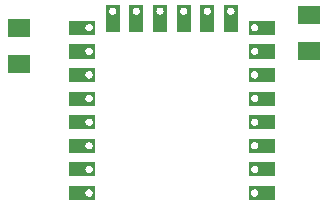
<source format=gbp>
G04 MADE WITH FRITZING*
G04 WWW.FRITZING.ORG*
G04 DOUBLE SIDED*
G04 HOLES PLATED*
G04 CONTOUR ON CENTER OF CONTOUR VECTOR*
%ASAXBY*%
%FSLAX23Y23*%
%MOIN*%
%OFA0B0*%
%SFA1.0B1.0*%
%ADD10R,0.074803X0.062992*%
%ADD11R,0.001000X0.001000*%
%LNPASTEMASK0*%
G90*
G70*
G54D10*
X1110Y928D03*
X1110Y806D03*
X144Y884D03*
X144Y762D03*
G54D11*
X434Y959D02*
X480Y959D01*
X512Y959D02*
X558Y959D01*
X591Y959D02*
X637Y959D01*
X670Y959D02*
X716Y959D01*
X748Y959D02*
X794Y959D01*
X827Y959D02*
X873Y959D01*
X433Y958D02*
X480Y958D01*
X512Y958D02*
X558Y958D01*
X591Y958D02*
X637Y958D01*
X670Y958D02*
X716Y958D01*
X748Y958D02*
X795Y958D01*
X827Y958D02*
X873Y958D01*
X433Y957D02*
X480Y957D01*
X512Y957D02*
X558Y957D01*
X591Y957D02*
X637Y957D01*
X670Y957D02*
X716Y957D01*
X748Y957D02*
X795Y957D01*
X827Y957D02*
X873Y957D01*
X433Y956D02*
X480Y956D01*
X512Y956D02*
X558Y956D01*
X591Y956D02*
X637Y956D01*
X670Y956D02*
X716Y956D01*
X748Y956D02*
X795Y956D01*
X827Y956D02*
X873Y956D01*
X433Y955D02*
X480Y955D01*
X512Y955D02*
X558Y955D01*
X591Y955D02*
X637Y955D01*
X670Y955D02*
X716Y955D01*
X748Y955D02*
X795Y955D01*
X827Y955D02*
X873Y955D01*
X433Y954D02*
X480Y954D01*
X512Y954D02*
X558Y954D01*
X591Y954D02*
X637Y954D01*
X670Y954D02*
X716Y954D01*
X748Y954D02*
X795Y954D01*
X827Y954D02*
X873Y954D01*
X433Y953D02*
X480Y953D01*
X512Y953D02*
X558Y953D01*
X591Y953D02*
X637Y953D01*
X670Y953D02*
X716Y953D01*
X748Y953D02*
X795Y953D01*
X827Y953D02*
X873Y953D01*
X433Y952D02*
X480Y952D01*
X512Y952D02*
X558Y952D01*
X591Y952D02*
X637Y952D01*
X670Y952D02*
X716Y952D01*
X748Y952D02*
X795Y952D01*
X827Y952D02*
X873Y952D01*
X433Y951D02*
X454Y951D01*
X460Y951D02*
X480Y951D01*
X512Y951D02*
X532Y951D01*
X538Y951D02*
X558Y951D01*
X591Y951D02*
X611Y951D01*
X617Y951D02*
X637Y951D01*
X670Y951D02*
X690Y951D01*
X696Y951D02*
X716Y951D01*
X748Y951D02*
X768Y951D01*
X774Y951D02*
X795Y951D01*
X827Y951D02*
X847Y951D01*
X853Y951D02*
X873Y951D01*
X433Y950D02*
X451Y950D01*
X462Y950D02*
X480Y950D01*
X512Y950D02*
X529Y950D01*
X541Y950D02*
X558Y950D01*
X591Y950D02*
X608Y950D01*
X620Y950D02*
X637Y950D01*
X670Y950D02*
X687Y950D01*
X699Y950D02*
X716Y950D01*
X748Y950D02*
X766Y950D01*
X777Y950D02*
X795Y950D01*
X827Y950D02*
X844Y950D01*
X856Y950D02*
X873Y950D01*
X433Y949D02*
X449Y949D01*
X464Y949D02*
X480Y949D01*
X512Y949D02*
X528Y949D01*
X543Y949D02*
X558Y949D01*
X591Y949D02*
X606Y949D01*
X622Y949D02*
X637Y949D01*
X670Y949D02*
X685Y949D01*
X700Y949D02*
X716Y949D01*
X748Y949D02*
X764Y949D01*
X779Y949D02*
X795Y949D01*
X827Y949D02*
X843Y949D01*
X858Y949D02*
X873Y949D01*
X433Y948D02*
X448Y948D01*
X465Y948D02*
X480Y948D01*
X512Y948D02*
X527Y948D01*
X544Y948D02*
X558Y948D01*
X591Y948D02*
X605Y948D01*
X623Y948D02*
X637Y948D01*
X670Y948D02*
X684Y948D01*
X701Y948D02*
X716Y948D01*
X748Y948D02*
X763Y948D01*
X780Y948D02*
X795Y948D01*
X827Y948D02*
X841Y948D01*
X859Y948D02*
X873Y948D01*
X433Y947D02*
X447Y947D01*
X466Y947D02*
X480Y947D01*
X512Y947D02*
X526Y947D01*
X545Y947D02*
X558Y947D01*
X591Y947D02*
X604Y947D01*
X624Y947D02*
X637Y947D01*
X670Y947D02*
X683Y947D01*
X702Y947D02*
X716Y947D01*
X748Y947D02*
X762Y947D01*
X781Y947D02*
X795Y947D01*
X827Y947D02*
X840Y947D01*
X860Y947D02*
X873Y947D01*
X433Y946D02*
X446Y946D01*
X467Y946D02*
X480Y946D01*
X512Y946D02*
X525Y946D01*
X546Y946D02*
X558Y946D01*
X591Y946D02*
X603Y946D01*
X624Y946D02*
X637Y946D01*
X670Y946D02*
X682Y946D01*
X703Y946D02*
X716Y946D01*
X748Y946D02*
X761Y946D01*
X782Y946D02*
X795Y946D01*
X827Y946D02*
X840Y946D01*
X861Y946D02*
X873Y946D01*
X433Y945D02*
X446Y945D01*
X468Y945D02*
X480Y945D01*
X512Y945D02*
X524Y945D01*
X546Y945D02*
X558Y945D01*
X591Y945D02*
X603Y945D01*
X625Y945D02*
X637Y945D01*
X670Y945D02*
X682Y945D01*
X704Y945D02*
X716Y945D01*
X748Y945D02*
X760Y945D01*
X782Y945D02*
X795Y945D01*
X827Y945D02*
X839Y945D01*
X861Y945D02*
X873Y945D01*
X433Y944D02*
X445Y944D01*
X468Y944D02*
X480Y944D01*
X512Y944D02*
X524Y944D01*
X547Y944D02*
X558Y944D01*
X591Y944D02*
X602Y944D01*
X626Y944D02*
X637Y944D01*
X670Y944D02*
X681Y944D01*
X704Y944D02*
X716Y944D01*
X748Y944D02*
X760Y944D01*
X783Y944D02*
X795Y944D01*
X827Y944D02*
X838Y944D01*
X862Y944D02*
X873Y944D01*
X433Y943D02*
X445Y943D01*
X469Y943D02*
X480Y943D01*
X512Y943D02*
X523Y943D01*
X547Y943D02*
X558Y943D01*
X591Y943D02*
X602Y943D01*
X626Y943D02*
X637Y943D01*
X670Y943D02*
X681Y943D01*
X705Y943D02*
X716Y943D01*
X748Y943D02*
X759Y943D01*
X783Y943D02*
X795Y943D01*
X827Y943D02*
X838Y943D01*
X862Y943D02*
X873Y943D01*
X433Y942D02*
X444Y942D01*
X469Y942D02*
X480Y942D01*
X512Y942D02*
X523Y942D01*
X548Y942D02*
X558Y942D01*
X591Y942D02*
X602Y942D01*
X626Y942D02*
X637Y942D01*
X670Y942D02*
X680Y942D01*
X705Y942D02*
X716Y942D01*
X748Y942D02*
X759Y942D01*
X784Y942D02*
X795Y942D01*
X827Y942D02*
X838Y942D01*
X862Y942D02*
X873Y942D01*
X433Y941D02*
X444Y941D01*
X469Y941D02*
X480Y941D01*
X512Y941D02*
X523Y941D01*
X548Y941D02*
X558Y941D01*
X591Y941D02*
X602Y941D01*
X626Y941D02*
X637Y941D01*
X670Y941D02*
X680Y941D01*
X705Y941D02*
X716Y941D01*
X748Y941D02*
X759Y941D01*
X784Y941D02*
X795Y941D01*
X827Y941D02*
X838Y941D01*
X863Y941D02*
X873Y941D01*
X433Y940D02*
X444Y940D01*
X469Y940D02*
X480Y940D01*
X512Y940D02*
X523Y940D01*
X548Y940D02*
X558Y940D01*
X591Y940D02*
X601Y940D01*
X627Y940D02*
X637Y940D01*
X670Y940D02*
X680Y940D01*
X705Y940D02*
X716Y940D01*
X748Y940D02*
X759Y940D01*
X784Y940D02*
X795Y940D01*
X827Y940D02*
X838Y940D01*
X863Y940D02*
X873Y940D01*
X433Y939D02*
X444Y939D01*
X469Y939D02*
X480Y939D01*
X512Y939D02*
X523Y939D01*
X548Y939D02*
X558Y939D01*
X591Y939D02*
X601Y939D01*
X627Y939D02*
X637Y939D01*
X670Y939D02*
X680Y939D01*
X705Y939D02*
X716Y939D01*
X748Y939D02*
X759Y939D01*
X784Y939D02*
X795Y939D01*
X827Y939D02*
X837Y939D01*
X863Y939D02*
X873Y939D01*
X433Y938D02*
X444Y938D01*
X469Y938D02*
X480Y938D01*
X512Y938D02*
X523Y938D01*
X548Y938D02*
X558Y938D01*
X591Y938D02*
X601Y938D01*
X627Y938D02*
X637Y938D01*
X670Y938D02*
X680Y938D01*
X705Y938D02*
X716Y938D01*
X748Y938D02*
X759Y938D01*
X784Y938D02*
X795Y938D01*
X827Y938D02*
X838Y938D01*
X863Y938D02*
X873Y938D01*
X433Y937D02*
X444Y937D01*
X469Y937D02*
X480Y937D01*
X512Y937D02*
X523Y937D01*
X548Y937D02*
X558Y937D01*
X591Y937D02*
X602Y937D01*
X626Y937D02*
X637Y937D01*
X670Y937D02*
X680Y937D01*
X705Y937D02*
X716Y937D01*
X748Y937D02*
X759Y937D01*
X784Y937D02*
X795Y937D01*
X827Y937D02*
X838Y937D01*
X863Y937D02*
X873Y937D01*
X433Y936D02*
X444Y936D01*
X469Y936D02*
X480Y936D01*
X512Y936D02*
X523Y936D01*
X547Y936D02*
X558Y936D01*
X591Y936D02*
X602Y936D01*
X626Y936D02*
X637Y936D01*
X670Y936D02*
X680Y936D01*
X705Y936D02*
X716Y936D01*
X748Y936D02*
X759Y936D01*
X784Y936D02*
X795Y936D01*
X827Y936D02*
X838Y936D01*
X862Y936D02*
X873Y936D01*
X433Y935D02*
X445Y935D01*
X468Y935D02*
X480Y935D01*
X512Y935D02*
X523Y935D01*
X547Y935D02*
X558Y935D01*
X591Y935D02*
X602Y935D01*
X626Y935D02*
X637Y935D01*
X670Y935D02*
X681Y935D01*
X705Y935D02*
X716Y935D01*
X748Y935D02*
X760Y935D01*
X783Y935D02*
X795Y935D01*
X827Y935D02*
X838Y935D01*
X862Y935D02*
X873Y935D01*
X433Y934D02*
X445Y934D01*
X468Y934D02*
X480Y934D01*
X512Y934D02*
X524Y934D01*
X547Y934D02*
X558Y934D01*
X591Y934D02*
X603Y934D01*
X625Y934D02*
X637Y934D01*
X670Y934D02*
X681Y934D01*
X704Y934D02*
X716Y934D01*
X748Y934D02*
X760Y934D01*
X783Y934D02*
X795Y934D01*
X827Y934D02*
X839Y934D01*
X862Y934D02*
X873Y934D01*
X433Y933D02*
X446Y933D01*
X468Y933D02*
X480Y933D01*
X512Y933D02*
X524Y933D01*
X546Y933D02*
X558Y933D01*
X591Y933D02*
X603Y933D01*
X625Y933D02*
X637Y933D01*
X670Y933D02*
X682Y933D01*
X704Y933D02*
X716Y933D01*
X748Y933D02*
X760Y933D01*
X782Y933D02*
X795Y933D01*
X827Y933D02*
X839Y933D01*
X861Y933D02*
X873Y933D01*
X433Y932D02*
X446Y932D01*
X467Y932D02*
X480Y932D01*
X512Y932D02*
X525Y932D01*
X546Y932D02*
X558Y932D01*
X591Y932D02*
X604Y932D01*
X624Y932D02*
X637Y932D01*
X670Y932D02*
X682Y932D01*
X703Y932D02*
X716Y932D01*
X748Y932D02*
X761Y932D01*
X782Y932D02*
X795Y932D01*
X827Y932D02*
X840Y932D01*
X860Y932D02*
X873Y932D01*
X433Y931D02*
X447Y931D01*
X466Y931D02*
X480Y931D01*
X512Y931D02*
X526Y931D01*
X545Y931D02*
X558Y931D01*
X591Y931D02*
X605Y931D01*
X623Y931D02*
X637Y931D01*
X670Y931D02*
X683Y931D01*
X702Y931D02*
X716Y931D01*
X748Y931D02*
X762Y931D01*
X781Y931D02*
X795Y931D01*
X827Y931D02*
X841Y931D01*
X860Y931D02*
X873Y931D01*
X433Y930D02*
X448Y930D01*
X465Y930D02*
X480Y930D01*
X512Y930D02*
X527Y930D01*
X544Y930D02*
X558Y930D01*
X591Y930D02*
X606Y930D01*
X622Y930D02*
X637Y930D01*
X670Y930D02*
X684Y930D01*
X701Y930D02*
X716Y930D01*
X748Y930D02*
X763Y930D01*
X780Y930D02*
X795Y930D01*
X827Y930D02*
X842Y930D01*
X859Y930D02*
X873Y930D01*
X433Y929D02*
X449Y929D01*
X464Y929D02*
X480Y929D01*
X512Y929D02*
X528Y929D01*
X542Y929D02*
X558Y929D01*
X591Y929D02*
X607Y929D01*
X621Y929D02*
X637Y929D01*
X670Y929D02*
X686Y929D01*
X700Y929D02*
X716Y929D01*
X748Y929D02*
X764Y929D01*
X779Y929D02*
X795Y929D01*
X827Y929D02*
X843Y929D01*
X857Y929D02*
X873Y929D01*
X433Y928D02*
X451Y928D01*
X462Y928D02*
X480Y928D01*
X512Y928D02*
X530Y928D01*
X541Y928D02*
X558Y928D01*
X591Y928D02*
X609Y928D01*
X619Y928D02*
X637Y928D01*
X670Y928D02*
X687Y928D01*
X698Y928D02*
X716Y928D01*
X748Y928D02*
X766Y928D01*
X777Y928D02*
X795Y928D01*
X827Y928D02*
X845Y928D01*
X855Y928D02*
X873Y928D01*
X433Y927D02*
X480Y927D01*
X512Y927D02*
X558Y927D01*
X591Y927D02*
X637Y927D01*
X670Y927D02*
X716Y927D01*
X748Y927D02*
X795Y927D01*
X827Y927D02*
X873Y927D01*
X433Y926D02*
X480Y926D01*
X512Y926D02*
X558Y926D01*
X591Y926D02*
X637Y926D01*
X670Y926D02*
X716Y926D01*
X748Y926D02*
X795Y926D01*
X827Y926D02*
X873Y926D01*
X433Y925D02*
X480Y925D01*
X512Y925D02*
X558Y925D01*
X591Y925D02*
X637Y925D01*
X670Y925D02*
X716Y925D01*
X748Y925D02*
X795Y925D01*
X827Y925D02*
X873Y925D01*
X433Y924D02*
X480Y924D01*
X512Y924D02*
X558Y924D01*
X591Y924D02*
X637Y924D01*
X670Y924D02*
X716Y924D01*
X748Y924D02*
X795Y924D01*
X827Y924D02*
X873Y924D01*
X433Y923D02*
X480Y923D01*
X512Y923D02*
X558Y923D01*
X591Y923D02*
X637Y923D01*
X670Y923D02*
X716Y923D01*
X748Y923D02*
X795Y923D01*
X827Y923D02*
X873Y923D01*
X433Y922D02*
X480Y922D01*
X512Y922D02*
X558Y922D01*
X591Y922D02*
X637Y922D01*
X670Y922D02*
X716Y922D01*
X748Y922D02*
X795Y922D01*
X827Y922D02*
X873Y922D01*
X433Y921D02*
X480Y921D01*
X512Y921D02*
X558Y921D01*
X591Y921D02*
X637Y921D01*
X670Y921D02*
X716Y921D01*
X748Y921D02*
X795Y921D01*
X827Y921D02*
X873Y921D01*
X433Y920D02*
X480Y920D01*
X512Y920D02*
X558Y920D01*
X591Y920D02*
X637Y920D01*
X670Y920D02*
X716Y920D01*
X748Y920D02*
X795Y920D01*
X827Y920D02*
X873Y920D01*
X433Y919D02*
X480Y919D01*
X512Y919D02*
X558Y919D01*
X591Y919D02*
X637Y919D01*
X670Y919D02*
X716Y919D01*
X748Y919D02*
X795Y919D01*
X827Y919D02*
X873Y919D01*
X433Y918D02*
X480Y918D01*
X512Y918D02*
X558Y918D01*
X591Y918D02*
X637Y918D01*
X670Y918D02*
X716Y918D01*
X748Y918D02*
X795Y918D01*
X827Y918D02*
X873Y918D01*
X433Y917D02*
X480Y917D01*
X512Y917D02*
X558Y917D01*
X591Y917D02*
X637Y917D01*
X670Y917D02*
X716Y917D01*
X748Y917D02*
X795Y917D01*
X827Y917D02*
X873Y917D01*
X433Y916D02*
X480Y916D01*
X512Y916D02*
X558Y916D01*
X591Y916D02*
X637Y916D01*
X670Y916D02*
X716Y916D01*
X748Y916D02*
X795Y916D01*
X827Y916D02*
X873Y916D01*
X433Y915D02*
X480Y915D01*
X512Y915D02*
X558Y915D01*
X591Y915D02*
X637Y915D01*
X670Y915D02*
X716Y915D01*
X748Y915D02*
X795Y915D01*
X827Y915D02*
X873Y915D01*
X433Y914D02*
X480Y914D01*
X512Y914D02*
X558Y914D01*
X591Y914D02*
X637Y914D01*
X670Y914D02*
X716Y914D01*
X748Y914D02*
X795Y914D01*
X827Y914D02*
X873Y914D01*
X433Y913D02*
X480Y913D01*
X512Y913D02*
X558Y913D01*
X591Y913D02*
X637Y913D01*
X670Y913D02*
X716Y913D01*
X748Y913D02*
X795Y913D01*
X827Y913D02*
X873Y913D01*
X433Y912D02*
X480Y912D01*
X512Y912D02*
X558Y912D01*
X591Y912D02*
X637Y912D01*
X670Y912D02*
X716Y912D01*
X748Y912D02*
X795Y912D01*
X827Y912D02*
X873Y912D01*
X433Y911D02*
X480Y911D01*
X512Y911D02*
X558Y911D01*
X591Y911D02*
X637Y911D01*
X670Y911D02*
X716Y911D01*
X748Y911D02*
X795Y911D01*
X827Y911D02*
X873Y911D01*
X433Y910D02*
X480Y910D01*
X512Y910D02*
X558Y910D01*
X591Y910D02*
X637Y910D01*
X670Y910D02*
X716Y910D01*
X748Y910D02*
X795Y910D01*
X827Y910D02*
X873Y910D01*
X433Y909D02*
X480Y909D01*
X512Y909D02*
X558Y909D01*
X591Y909D02*
X637Y909D01*
X670Y909D02*
X716Y909D01*
X748Y909D02*
X795Y909D01*
X827Y909D02*
X873Y909D01*
X433Y908D02*
X480Y908D01*
X512Y908D02*
X558Y908D01*
X591Y908D02*
X637Y908D01*
X670Y908D02*
X716Y908D01*
X748Y908D02*
X795Y908D01*
X827Y908D02*
X873Y908D01*
X310Y907D02*
X398Y907D01*
X433Y907D02*
X480Y907D01*
X512Y907D02*
X558Y907D01*
X591Y907D02*
X637Y907D01*
X670Y907D02*
X716Y907D01*
X748Y907D02*
X795Y907D01*
X827Y907D02*
X873Y907D01*
X910Y907D02*
X997Y907D01*
X310Y906D02*
X398Y906D01*
X433Y906D02*
X480Y906D01*
X512Y906D02*
X558Y906D01*
X591Y906D02*
X637Y906D01*
X670Y906D02*
X716Y906D01*
X748Y906D02*
X795Y906D01*
X827Y906D02*
X873Y906D01*
X910Y906D02*
X997Y906D01*
X310Y905D02*
X398Y905D01*
X433Y905D02*
X480Y905D01*
X512Y905D02*
X558Y905D01*
X591Y905D02*
X637Y905D01*
X670Y905D02*
X716Y905D01*
X748Y905D02*
X795Y905D01*
X827Y905D02*
X873Y905D01*
X910Y905D02*
X997Y905D01*
X310Y904D02*
X398Y904D01*
X433Y904D02*
X480Y904D01*
X512Y904D02*
X558Y904D01*
X591Y904D02*
X637Y904D01*
X670Y904D02*
X716Y904D01*
X748Y904D02*
X795Y904D01*
X827Y904D02*
X873Y904D01*
X910Y904D02*
X997Y904D01*
X310Y903D02*
X398Y903D01*
X433Y903D02*
X480Y903D01*
X512Y903D02*
X558Y903D01*
X591Y903D02*
X637Y903D01*
X670Y903D02*
X716Y903D01*
X748Y903D02*
X795Y903D01*
X827Y903D02*
X873Y903D01*
X910Y903D02*
X997Y903D01*
X310Y902D02*
X398Y902D01*
X433Y902D02*
X480Y902D01*
X512Y902D02*
X558Y902D01*
X591Y902D02*
X637Y902D01*
X670Y902D02*
X716Y902D01*
X748Y902D02*
X795Y902D01*
X827Y902D02*
X873Y902D01*
X910Y902D02*
X997Y902D01*
X310Y901D02*
X398Y901D01*
X433Y901D02*
X480Y901D01*
X512Y901D02*
X558Y901D01*
X591Y901D02*
X637Y901D01*
X670Y901D02*
X716Y901D01*
X748Y901D02*
X795Y901D01*
X827Y901D02*
X873Y901D01*
X910Y901D02*
X997Y901D01*
X310Y900D02*
X398Y900D01*
X433Y900D02*
X480Y900D01*
X512Y900D02*
X558Y900D01*
X591Y900D02*
X637Y900D01*
X670Y900D02*
X716Y900D01*
X748Y900D02*
X795Y900D01*
X827Y900D02*
X873Y900D01*
X910Y900D02*
X997Y900D01*
X310Y899D02*
X398Y899D01*
X433Y899D02*
X480Y899D01*
X512Y899D02*
X558Y899D01*
X591Y899D02*
X637Y899D01*
X670Y899D02*
X716Y899D01*
X748Y899D02*
X795Y899D01*
X827Y899D02*
X873Y899D01*
X910Y899D02*
X997Y899D01*
X310Y898D02*
X398Y898D01*
X433Y898D02*
X480Y898D01*
X512Y898D02*
X558Y898D01*
X591Y898D02*
X637Y898D01*
X670Y898D02*
X716Y898D01*
X748Y898D02*
X795Y898D01*
X827Y898D02*
X873Y898D01*
X910Y898D02*
X997Y898D01*
X310Y897D02*
X398Y897D01*
X433Y897D02*
X480Y897D01*
X512Y897D02*
X558Y897D01*
X591Y897D02*
X637Y897D01*
X670Y897D02*
X716Y897D01*
X748Y897D02*
X795Y897D01*
X827Y897D02*
X873Y897D01*
X910Y897D02*
X997Y897D01*
X310Y896D02*
X375Y896D01*
X381Y896D02*
X398Y896D01*
X433Y896D02*
X480Y896D01*
X512Y896D02*
X558Y896D01*
X591Y896D02*
X637Y896D01*
X670Y896D02*
X716Y896D01*
X748Y896D02*
X795Y896D01*
X827Y896D02*
X873Y896D01*
X910Y896D02*
X927Y896D01*
X933Y896D02*
X997Y896D01*
X310Y895D02*
X372Y895D01*
X384Y895D02*
X398Y895D01*
X433Y895D02*
X480Y895D01*
X512Y895D02*
X558Y895D01*
X591Y895D02*
X637Y895D01*
X670Y895D02*
X716Y895D01*
X748Y895D02*
X795Y895D01*
X827Y895D02*
X873Y895D01*
X910Y895D02*
X924Y895D01*
X936Y895D02*
X997Y895D01*
X310Y894D02*
X370Y894D01*
X385Y894D02*
X398Y894D01*
X433Y894D02*
X480Y894D01*
X512Y894D02*
X558Y894D01*
X591Y894D02*
X637Y894D01*
X670Y894D02*
X716Y894D01*
X748Y894D02*
X795Y894D01*
X827Y894D02*
X873Y894D01*
X910Y894D02*
X922Y894D01*
X937Y894D02*
X997Y894D01*
X310Y893D02*
X369Y893D01*
X386Y893D02*
X398Y893D01*
X433Y893D02*
X480Y893D01*
X512Y893D02*
X558Y893D01*
X591Y893D02*
X637Y893D01*
X670Y893D02*
X716Y893D01*
X748Y893D02*
X795Y893D01*
X827Y893D02*
X873Y893D01*
X910Y893D02*
X921Y893D01*
X939Y893D02*
X997Y893D01*
X310Y892D02*
X368Y892D01*
X387Y892D02*
X398Y892D01*
X433Y892D02*
X480Y892D01*
X512Y892D02*
X558Y892D01*
X591Y892D02*
X637Y892D01*
X670Y892D02*
X716Y892D01*
X748Y892D02*
X795Y892D01*
X827Y892D02*
X873Y892D01*
X910Y892D02*
X920Y892D01*
X939Y892D02*
X997Y892D01*
X310Y891D02*
X367Y891D01*
X388Y891D02*
X398Y891D01*
X433Y891D02*
X480Y891D01*
X512Y891D02*
X558Y891D01*
X591Y891D02*
X637Y891D01*
X670Y891D02*
X716Y891D01*
X748Y891D02*
X795Y891D01*
X827Y891D02*
X873Y891D01*
X910Y891D02*
X919Y891D01*
X940Y891D02*
X997Y891D01*
X310Y890D02*
X367Y890D01*
X389Y890D02*
X398Y890D01*
X433Y890D02*
X480Y890D01*
X512Y890D02*
X558Y890D01*
X591Y890D02*
X637Y890D01*
X670Y890D02*
X716Y890D01*
X748Y890D02*
X795Y890D01*
X827Y890D02*
X873Y890D01*
X910Y890D02*
X919Y890D01*
X941Y890D02*
X997Y890D01*
X310Y889D02*
X366Y889D01*
X389Y889D02*
X398Y889D01*
X433Y889D02*
X480Y889D01*
X512Y889D02*
X558Y889D01*
X591Y889D02*
X637Y889D01*
X670Y889D02*
X716Y889D01*
X748Y889D02*
X795Y889D01*
X827Y889D02*
X873Y889D01*
X910Y889D02*
X918Y889D01*
X941Y889D02*
X997Y889D01*
X310Y888D02*
X366Y888D01*
X390Y888D02*
X398Y888D01*
X433Y888D02*
X480Y888D01*
X512Y888D02*
X558Y888D01*
X591Y888D02*
X637Y888D01*
X670Y888D02*
X716Y888D01*
X748Y888D02*
X795Y888D01*
X827Y888D02*
X873Y888D01*
X910Y888D02*
X918Y888D01*
X942Y888D02*
X997Y888D01*
X310Y887D02*
X365Y887D01*
X390Y887D02*
X398Y887D01*
X433Y887D02*
X480Y887D01*
X512Y887D02*
X558Y887D01*
X591Y887D02*
X637Y887D01*
X670Y887D02*
X716Y887D01*
X748Y887D02*
X795Y887D01*
X827Y887D02*
X873Y887D01*
X910Y887D02*
X917Y887D01*
X942Y887D02*
X997Y887D01*
X310Y886D02*
X365Y886D01*
X390Y886D02*
X398Y886D01*
X433Y886D02*
X480Y886D01*
X512Y886D02*
X558Y886D01*
X591Y886D02*
X637Y886D01*
X670Y886D02*
X716Y886D01*
X748Y886D02*
X795Y886D01*
X827Y886D02*
X873Y886D01*
X910Y886D02*
X917Y886D01*
X942Y886D02*
X997Y886D01*
X310Y885D02*
X365Y885D01*
X390Y885D02*
X398Y885D01*
X433Y885D02*
X480Y885D01*
X512Y885D02*
X558Y885D01*
X591Y885D02*
X637Y885D01*
X670Y885D02*
X716Y885D01*
X748Y885D02*
X795Y885D01*
X827Y885D02*
X873Y885D01*
X910Y885D02*
X917Y885D01*
X942Y885D02*
X997Y885D01*
X310Y884D02*
X365Y884D01*
X390Y884D02*
X398Y884D01*
X433Y884D02*
X480Y884D01*
X512Y884D02*
X558Y884D01*
X591Y884D02*
X637Y884D01*
X670Y884D02*
X716Y884D01*
X748Y884D02*
X795Y884D01*
X827Y884D02*
X873Y884D01*
X910Y884D02*
X917Y884D01*
X942Y884D02*
X997Y884D01*
X310Y883D02*
X365Y883D01*
X390Y883D02*
X398Y883D01*
X433Y883D02*
X480Y883D01*
X512Y883D02*
X558Y883D01*
X591Y883D02*
X637Y883D01*
X670Y883D02*
X716Y883D01*
X748Y883D02*
X795Y883D01*
X827Y883D02*
X873Y883D01*
X910Y883D02*
X917Y883D01*
X942Y883D02*
X997Y883D01*
X310Y882D02*
X365Y882D01*
X390Y882D02*
X398Y882D01*
X433Y882D02*
X480Y882D01*
X512Y882D02*
X558Y882D01*
X591Y882D02*
X637Y882D01*
X670Y882D02*
X716Y882D01*
X748Y882D02*
X795Y882D01*
X827Y882D02*
X873Y882D01*
X910Y882D02*
X917Y882D01*
X942Y882D02*
X997Y882D01*
X310Y881D02*
X366Y881D01*
X390Y881D02*
X398Y881D01*
X433Y881D02*
X480Y881D01*
X512Y881D02*
X558Y881D01*
X591Y881D02*
X637Y881D01*
X670Y881D02*
X716Y881D01*
X748Y881D02*
X795Y881D01*
X827Y881D02*
X873Y881D01*
X910Y881D02*
X918Y881D01*
X942Y881D02*
X997Y881D01*
X310Y880D02*
X366Y880D01*
X390Y880D02*
X398Y880D01*
X433Y880D02*
X480Y880D01*
X512Y880D02*
X558Y880D01*
X591Y880D02*
X637Y880D01*
X670Y880D02*
X716Y880D01*
X748Y880D02*
X795Y880D01*
X827Y880D02*
X873Y880D01*
X910Y880D02*
X918Y880D01*
X942Y880D02*
X997Y880D01*
X310Y879D02*
X366Y879D01*
X389Y879D02*
X398Y879D01*
X433Y879D02*
X480Y879D01*
X512Y879D02*
X558Y879D01*
X591Y879D02*
X637Y879D01*
X670Y879D02*
X716Y879D01*
X748Y879D02*
X795Y879D01*
X827Y879D02*
X873Y879D01*
X910Y879D02*
X918Y879D01*
X941Y879D02*
X997Y879D01*
X310Y878D02*
X367Y878D01*
X389Y878D02*
X398Y878D01*
X433Y878D02*
X480Y878D01*
X512Y878D02*
X558Y878D01*
X591Y878D02*
X637Y878D01*
X670Y878D02*
X716Y878D01*
X748Y878D02*
X795Y878D01*
X827Y878D02*
X873Y878D01*
X910Y878D02*
X919Y878D01*
X941Y878D02*
X997Y878D01*
X310Y877D02*
X367Y877D01*
X388Y877D02*
X398Y877D01*
X433Y877D02*
X480Y877D01*
X512Y877D02*
X558Y877D01*
X591Y877D02*
X637Y877D01*
X670Y877D02*
X716Y877D01*
X748Y877D02*
X795Y877D01*
X827Y877D02*
X873Y877D01*
X910Y877D02*
X919Y877D01*
X940Y877D02*
X997Y877D01*
X310Y876D02*
X368Y876D01*
X387Y876D02*
X398Y876D01*
X433Y876D02*
X480Y876D01*
X512Y876D02*
X558Y876D01*
X591Y876D02*
X637Y876D01*
X670Y876D02*
X716Y876D01*
X748Y876D02*
X795Y876D01*
X827Y876D02*
X873Y876D01*
X910Y876D02*
X920Y876D01*
X939Y876D02*
X997Y876D01*
X310Y875D02*
X369Y875D01*
X386Y875D02*
X398Y875D01*
X433Y875D02*
X480Y875D01*
X512Y875D02*
X558Y875D01*
X591Y875D02*
X637Y875D01*
X670Y875D02*
X716Y875D01*
X748Y875D02*
X795Y875D01*
X827Y875D02*
X873Y875D01*
X910Y875D02*
X921Y875D01*
X938Y875D02*
X997Y875D01*
X310Y874D02*
X371Y874D01*
X385Y874D02*
X398Y874D01*
X433Y874D02*
X480Y874D01*
X512Y874D02*
X558Y874D01*
X591Y874D02*
X637Y874D01*
X670Y874D02*
X716Y874D01*
X748Y874D02*
X795Y874D01*
X827Y874D02*
X873Y874D01*
X910Y874D02*
X923Y874D01*
X937Y874D02*
X997Y874D01*
X310Y873D02*
X372Y873D01*
X383Y873D02*
X398Y873D01*
X433Y873D02*
X480Y873D01*
X512Y873D02*
X558Y873D01*
X591Y873D02*
X637Y873D01*
X670Y873D02*
X716Y873D01*
X748Y873D02*
X795Y873D01*
X827Y873D02*
X873Y873D01*
X910Y873D02*
X924Y873D01*
X935Y873D02*
X997Y873D01*
X310Y872D02*
X398Y872D01*
X433Y872D02*
X480Y872D01*
X512Y872D02*
X558Y872D01*
X591Y872D02*
X637Y872D01*
X670Y872D02*
X716Y872D01*
X748Y872D02*
X795Y872D01*
X827Y872D02*
X873Y872D01*
X910Y872D02*
X997Y872D01*
X310Y871D02*
X398Y871D01*
X434Y871D02*
X479Y871D01*
X512Y871D02*
X558Y871D01*
X591Y871D02*
X637Y871D01*
X670Y871D02*
X715Y871D01*
X749Y871D02*
X794Y871D01*
X827Y871D02*
X873Y871D01*
X910Y871D02*
X997Y871D01*
X310Y870D02*
X398Y870D01*
X910Y870D02*
X997Y870D01*
X310Y869D02*
X398Y869D01*
X910Y869D02*
X997Y869D01*
X310Y868D02*
X398Y868D01*
X910Y868D02*
X997Y868D01*
X310Y867D02*
X398Y867D01*
X910Y867D02*
X997Y867D01*
X310Y866D02*
X398Y866D01*
X910Y866D02*
X997Y866D01*
X310Y865D02*
X398Y865D01*
X910Y865D02*
X997Y865D01*
X310Y864D02*
X398Y864D01*
X910Y864D02*
X997Y864D01*
X310Y863D02*
X398Y863D01*
X910Y863D02*
X997Y863D01*
X310Y862D02*
X398Y862D01*
X910Y862D02*
X997Y862D01*
X310Y861D02*
X398Y861D01*
X910Y861D02*
X997Y861D01*
X310Y829D02*
X397Y829D01*
X910Y829D02*
X997Y829D01*
X310Y828D02*
X398Y828D01*
X910Y828D02*
X997Y828D01*
X310Y827D02*
X398Y827D01*
X910Y827D02*
X997Y827D01*
X310Y826D02*
X398Y826D01*
X910Y826D02*
X997Y826D01*
X310Y825D02*
X398Y825D01*
X910Y825D02*
X997Y825D01*
X310Y824D02*
X398Y824D01*
X910Y824D02*
X997Y824D01*
X310Y823D02*
X398Y823D01*
X910Y823D02*
X997Y823D01*
X310Y822D02*
X398Y822D01*
X910Y822D02*
X997Y822D01*
X310Y821D02*
X398Y821D01*
X910Y821D02*
X997Y821D01*
X310Y820D02*
X398Y820D01*
X910Y820D02*
X997Y820D01*
X310Y819D02*
X398Y819D01*
X910Y819D02*
X997Y819D01*
X310Y818D02*
X398Y818D01*
X910Y818D02*
X997Y818D01*
X310Y817D02*
X374Y817D01*
X382Y817D02*
X398Y817D01*
X910Y817D02*
X926Y817D01*
X934Y817D02*
X997Y817D01*
X310Y816D02*
X371Y816D01*
X384Y816D02*
X398Y816D01*
X910Y816D02*
X923Y816D01*
X936Y816D02*
X997Y816D01*
X310Y815D02*
X370Y815D01*
X386Y815D02*
X398Y815D01*
X910Y815D02*
X922Y815D01*
X938Y815D02*
X997Y815D01*
X310Y814D02*
X369Y814D01*
X387Y814D02*
X398Y814D01*
X910Y814D02*
X921Y814D01*
X939Y814D02*
X997Y814D01*
X310Y813D02*
X368Y813D01*
X388Y813D02*
X398Y813D01*
X910Y813D02*
X920Y813D01*
X940Y813D02*
X997Y813D01*
X310Y812D02*
X367Y812D01*
X388Y812D02*
X398Y812D01*
X910Y812D02*
X919Y812D01*
X940Y812D02*
X997Y812D01*
X310Y811D02*
X366Y811D01*
X389Y811D02*
X398Y811D01*
X910Y811D02*
X919Y811D01*
X941Y811D02*
X997Y811D01*
X310Y810D02*
X366Y810D01*
X389Y810D02*
X398Y810D01*
X910Y810D02*
X918Y810D01*
X941Y810D02*
X997Y810D01*
X310Y809D02*
X366Y809D01*
X390Y809D02*
X398Y809D01*
X910Y809D02*
X918Y809D01*
X942Y809D02*
X997Y809D01*
X310Y808D02*
X365Y808D01*
X390Y808D02*
X398Y808D01*
X910Y808D02*
X917Y808D01*
X942Y808D02*
X997Y808D01*
X310Y807D02*
X365Y807D01*
X390Y807D02*
X398Y807D01*
X910Y807D02*
X917Y807D01*
X942Y807D02*
X997Y807D01*
X310Y806D02*
X365Y806D01*
X390Y806D02*
X398Y806D01*
X910Y806D02*
X917Y806D01*
X942Y806D02*
X997Y806D01*
X310Y805D02*
X365Y805D01*
X390Y805D02*
X398Y805D01*
X910Y805D02*
X917Y805D01*
X942Y805D02*
X997Y805D01*
X310Y804D02*
X365Y804D01*
X390Y804D02*
X398Y804D01*
X910Y804D02*
X917Y804D01*
X942Y804D02*
X997Y804D01*
X310Y803D02*
X365Y803D01*
X390Y803D02*
X398Y803D01*
X910Y803D02*
X917Y803D01*
X942Y803D02*
X997Y803D01*
X310Y802D02*
X366Y802D01*
X390Y802D02*
X398Y802D01*
X910Y802D02*
X918Y802D01*
X942Y802D02*
X997Y802D01*
X310Y801D02*
X366Y801D01*
X390Y801D02*
X398Y801D01*
X910Y801D02*
X918Y801D01*
X942Y801D02*
X997Y801D01*
X310Y800D02*
X366Y800D01*
X389Y800D02*
X398Y800D01*
X910Y800D02*
X918Y800D01*
X941Y800D02*
X997Y800D01*
X310Y799D02*
X367Y799D01*
X388Y799D02*
X398Y799D01*
X910Y799D02*
X919Y799D01*
X941Y799D02*
X997Y799D01*
X310Y798D02*
X368Y798D01*
X388Y798D02*
X398Y798D01*
X910Y798D02*
X920Y798D01*
X940Y798D02*
X997Y798D01*
X310Y797D02*
X369Y797D01*
X387Y797D02*
X398Y797D01*
X910Y797D02*
X921Y797D01*
X939Y797D02*
X997Y797D01*
X310Y796D02*
X370Y796D01*
X386Y796D02*
X398Y796D01*
X910Y796D02*
X922Y796D01*
X938Y796D02*
X997Y796D01*
X310Y795D02*
X371Y795D01*
X384Y795D02*
X398Y795D01*
X910Y795D02*
X923Y795D01*
X936Y795D02*
X997Y795D01*
X310Y794D02*
X373Y794D01*
X382Y794D02*
X398Y794D01*
X910Y794D02*
X925Y794D01*
X934Y794D02*
X997Y794D01*
X310Y793D02*
X398Y793D01*
X910Y793D02*
X997Y793D01*
X310Y792D02*
X398Y792D01*
X910Y792D02*
X997Y792D01*
X310Y791D02*
X398Y791D01*
X910Y791D02*
X997Y791D01*
X310Y790D02*
X398Y790D01*
X910Y790D02*
X997Y790D01*
X310Y789D02*
X398Y789D01*
X910Y789D02*
X997Y789D01*
X310Y788D02*
X398Y788D01*
X910Y788D02*
X997Y788D01*
X310Y787D02*
X398Y787D01*
X910Y787D02*
X997Y787D01*
X310Y786D02*
X398Y786D01*
X910Y786D02*
X997Y786D01*
X310Y785D02*
X398Y785D01*
X910Y785D02*
X997Y785D01*
X310Y784D02*
X398Y784D01*
X910Y784D02*
X997Y784D01*
X310Y783D02*
X398Y783D01*
X910Y783D02*
X997Y783D01*
X310Y782D02*
X397Y782D01*
X910Y782D02*
X997Y782D01*
X310Y750D02*
X397Y750D01*
X910Y750D02*
X997Y750D01*
X310Y749D02*
X398Y749D01*
X910Y749D02*
X997Y749D01*
X310Y748D02*
X398Y748D01*
X910Y748D02*
X997Y748D01*
X310Y747D02*
X398Y747D01*
X910Y747D02*
X997Y747D01*
X310Y746D02*
X398Y746D01*
X910Y746D02*
X997Y746D01*
X310Y745D02*
X398Y745D01*
X910Y745D02*
X997Y745D01*
X310Y744D02*
X398Y744D01*
X910Y744D02*
X997Y744D01*
X310Y743D02*
X398Y743D01*
X910Y743D02*
X997Y743D01*
X310Y742D02*
X398Y742D01*
X910Y742D02*
X997Y742D01*
X310Y741D02*
X398Y741D01*
X910Y741D02*
X997Y741D01*
X310Y740D02*
X398Y740D01*
X910Y740D02*
X997Y740D01*
X310Y739D02*
X398Y739D01*
X910Y739D02*
X997Y739D01*
X310Y738D02*
X373Y738D01*
X383Y738D02*
X398Y738D01*
X910Y738D02*
X925Y738D01*
X935Y738D02*
X997Y738D01*
X310Y737D02*
X371Y737D01*
X385Y737D02*
X398Y737D01*
X910Y737D02*
X923Y737D01*
X937Y737D02*
X997Y737D01*
X310Y736D02*
X369Y736D01*
X386Y736D02*
X398Y736D01*
X910Y736D02*
X921Y736D01*
X938Y736D02*
X997Y736D01*
X310Y735D02*
X368Y735D01*
X387Y735D02*
X398Y735D01*
X910Y735D02*
X920Y735D01*
X939Y735D02*
X997Y735D01*
X310Y734D02*
X368Y734D01*
X388Y734D02*
X398Y734D01*
X910Y734D02*
X920Y734D01*
X940Y734D02*
X997Y734D01*
X310Y733D02*
X367Y733D01*
X389Y733D02*
X398Y733D01*
X910Y733D02*
X919Y733D01*
X941Y733D02*
X997Y733D01*
X310Y732D02*
X366Y732D01*
X389Y732D02*
X398Y732D01*
X910Y732D02*
X918Y732D01*
X941Y732D02*
X997Y732D01*
X310Y731D02*
X366Y731D01*
X390Y731D02*
X398Y731D01*
X910Y731D02*
X918Y731D01*
X942Y731D02*
X997Y731D01*
X310Y730D02*
X366Y730D01*
X390Y730D02*
X398Y730D01*
X910Y730D02*
X918Y730D01*
X942Y730D02*
X997Y730D01*
X310Y729D02*
X365Y729D01*
X390Y729D02*
X398Y729D01*
X910Y729D02*
X917Y729D01*
X942Y729D02*
X997Y729D01*
X310Y728D02*
X365Y728D01*
X390Y728D02*
X398Y728D01*
X910Y728D02*
X917Y728D01*
X942Y728D02*
X997Y728D01*
X310Y727D02*
X365Y727D01*
X390Y727D02*
X398Y727D01*
X910Y727D02*
X917Y727D01*
X942Y727D02*
X997Y727D01*
X310Y726D02*
X365Y726D01*
X390Y726D02*
X398Y726D01*
X910Y726D02*
X917Y726D01*
X942Y726D02*
X997Y726D01*
X310Y725D02*
X365Y725D01*
X390Y725D02*
X398Y725D01*
X910Y725D02*
X917Y725D01*
X942Y725D02*
X997Y725D01*
X310Y724D02*
X365Y724D01*
X390Y724D02*
X398Y724D01*
X910Y724D02*
X917Y724D01*
X942Y724D02*
X997Y724D01*
X310Y723D02*
X366Y723D01*
X390Y723D02*
X398Y723D01*
X910Y723D02*
X918Y723D01*
X942Y723D02*
X997Y723D01*
X310Y722D02*
X366Y722D01*
X389Y722D02*
X398Y722D01*
X910Y722D02*
X918Y722D01*
X941Y722D02*
X997Y722D01*
X310Y721D02*
X367Y721D01*
X389Y721D02*
X398Y721D01*
X910Y721D02*
X919Y721D01*
X941Y721D02*
X997Y721D01*
X310Y720D02*
X367Y720D01*
X388Y720D02*
X398Y720D01*
X910Y720D02*
X919Y720D01*
X940Y720D02*
X997Y720D01*
X310Y719D02*
X368Y719D01*
X388Y719D02*
X398Y719D01*
X910Y719D02*
X920Y719D01*
X940Y719D02*
X997Y719D01*
X310Y718D02*
X369Y718D01*
X387Y718D02*
X398Y718D01*
X910Y718D02*
X921Y718D01*
X939Y718D02*
X997Y718D01*
X310Y717D02*
X370Y717D01*
X385Y717D02*
X398Y717D01*
X910Y717D02*
X922Y717D01*
X937Y717D02*
X997Y717D01*
X310Y716D02*
X372Y716D01*
X384Y716D02*
X398Y716D01*
X910Y716D02*
X924Y716D01*
X936Y716D02*
X997Y716D01*
X310Y715D02*
X374Y715D01*
X381Y715D02*
X398Y715D01*
X910Y715D02*
X926Y715D01*
X933Y715D02*
X997Y715D01*
X310Y714D02*
X398Y714D01*
X910Y714D02*
X997Y714D01*
X310Y713D02*
X398Y713D01*
X910Y713D02*
X997Y713D01*
X310Y712D02*
X398Y712D01*
X910Y712D02*
X997Y712D01*
X310Y711D02*
X398Y711D01*
X910Y711D02*
X997Y711D01*
X310Y710D02*
X398Y710D01*
X910Y710D02*
X997Y710D01*
X310Y709D02*
X398Y709D01*
X910Y709D02*
X997Y709D01*
X310Y708D02*
X398Y708D01*
X910Y708D02*
X997Y708D01*
X310Y707D02*
X398Y707D01*
X910Y707D02*
X997Y707D01*
X310Y706D02*
X398Y706D01*
X910Y706D02*
X997Y706D01*
X310Y705D02*
X398Y705D01*
X910Y705D02*
X997Y705D01*
X310Y704D02*
X398Y704D01*
X910Y704D02*
X997Y704D01*
X310Y671D02*
X398Y671D01*
X910Y671D02*
X997Y671D01*
X310Y670D02*
X398Y670D01*
X910Y670D02*
X997Y670D01*
X310Y669D02*
X398Y669D01*
X910Y669D02*
X997Y669D01*
X310Y668D02*
X398Y668D01*
X910Y668D02*
X997Y668D01*
X310Y667D02*
X398Y667D01*
X910Y667D02*
X997Y667D01*
X310Y666D02*
X398Y666D01*
X910Y666D02*
X997Y666D01*
X310Y665D02*
X398Y665D01*
X910Y665D02*
X997Y665D01*
X310Y664D02*
X398Y664D01*
X910Y664D02*
X997Y664D01*
X310Y663D02*
X398Y663D01*
X910Y663D02*
X997Y663D01*
X310Y662D02*
X398Y662D01*
X910Y662D02*
X997Y662D01*
X310Y661D02*
X398Y661D01*
X910Y661D02*
X997Y661D01*
X310Y660D02*
X376Y660D01*
X380Y660D02*
X398Y660D01*
X910Y660D02*
X928Y660D01*
X932Y660D02*
X997Y660D01*
X310Y659D02*
X372Y659D01*
X383Y659D02*
X398Y659D01*
X910Y659D02*
X924Y659D01*
X935Y659D02*
X997Y659D01*
X310Y658D02*
X370Y658D01*
X385Y658D02*
X398Y658D01*
X910Y658D02*
X922Y658D01*
X937Y658D02*
X997Y658D01*
X310Y657D02*
X369Y657D01*
X386Y657D02*
X398Y657D01*
X910Y657D02*
X921Y657D01*
X938Y657D02*
X997Y657D01*
X310Y656D02*
X368Y656D01*
X387Y656D02*
X398Y656D01*
X910Y656D02*
X920Y656D01*
X939Y656D02*
X997Y656D01*
X310Y655D02*
X367Y655D01*
X388Y655D02*
X398Y655D01*
X910Y655D02*
X919Y655D01*
X940Y655D02*
X997Y655D01*
X310Y654D02*
X367Y654D01*
X389Y654D02*
X398Y654D01*
X910Y654D02*
X919Y654D01*
X941Y654D02*
X997Y654D01*
X310Y653D02*
X366Y653D01*
X389Y653D02*
X398Y653D01*
X910Y653D02*
X918Y653D01*
X941Y653D02*
X997Y653D01*
X310Y652D02*
X366Y652D01*
X390Y652D02*
X398Y652D01*
X910Y652D02*
X918Y652D01*
X942Y652D02*
X997Y652D01*
X310Y651D02*
X366Y651D01*
X390Y651D02*
X398Y651D01*
X910Y651D02*
X918Y651D01*
X942Y651D02*
X997Y651D01*
X310Y650D02*
X365Y650D01*
X390Y650D02*
X398Y650D01*
X910Y650D02*
X917Y650D01*
X942Y650D02*
X997Y650D01*
X310Y649D02*
X365Y649D01*
X390Y649D02*
X398Y649D01*
X910Y649D02*
X917Y649D01*
X942Y649D02*
X997Y649D01*
X310Y648D02*
X365Y648D01*
X390Y648D02*
X398Y648D01*
X910Y648D02*
X917Y648D01*
X942Y648D02*
X997Y648D01*
X310Y647D02*
X365Y647D01*
X390Y647D02*
X398Y647D01*
X910Y647D02*
X917Y647D01*
X942Y647D02*
X997Y647D01*
X310Y646D02*
X365Y646D01*
X390Y646D02*
X398Y646D01*
X910Y646D02*
X917Y646D01*
X942Y646D02*
X997Y646D01*
X310Y645D02*
X365Y645D01*
X390Y645D02*
X398Y645D01*
X910Y645D02*
X918Y645D01*
X942Y645D02*
X997Y645D01*
X310Y644D02*
X366Y644D01*
X390Y644D02*
X398Y644D01*
X910Y644D02*
X918Y644D01*
X942Y644D02*
X997Y644D01*
X310Y643D02*
X366Y643D01*
X389Y643D02*
X398Y643D01*
X910Y643D02*
X918Y643D01*
X941Y643D02*
X997Y643D01*
X310Y642D02*
X367Y642D01*
X389Y642D02*
X398Y642D01*
X910Y642D02*
X919Y642D01*
X941Y642D02*
X997Y642D01*
X310Y641D02*
X367Y641D01*
X388Y641D02*
X398Y641D01*
X910Y641D02*
X919Y641D01*
X940Y641D02*
X997Y641D01*
X310Y640D02*
X368Y640D01*
X387Y640D02*
X398Y640D01*
X910Y640D02*
X920Y640D01*
X939Y640D02*
X997Y640D01*
X310Y639D02*
X369Y639D01*
X386Y639D02*
X398Y639D01*
X910Y639D02*
X921Y639D01*
X938Y639D02*
X997Y639D01*
X310Y638D02*
X370Y638D01*
X385Y638D02*
X398Y638D01*
X910Y638D02*
X922Y638D01*
X937Y638D02*
X997Y638D01*
X310Y637D02*
X372Y637D01*
X383Y637D02*
X398Y637D01*
X910Y637D02*
X924Y637D01*
X935Y637D02*
X997Y637D01*
X310Y636D02*
X376Y636D01*
X380Y636D02*
X398Y636D01*
X910Y636D02*
X928Y636D01*
X932Y636D02*
X997Y636D01*
X310Y635D02*
X398Y635D01*
X910Y635D02*
X997Y635D01*
X310Y634D02*
X398Y634D01*
X910Y634D02*
X997Y634D01*
X310Y633D02*
X398Y633D01*
X910Y633D02*
X997Y633D01*
X310Y632D02*
X398Y632D01*
X910Y632D02*
X997Y632D01*
X310Y631D02*
X398Y631D01*
X910Y631D02*
X997Y631D01*
X310Y630D02*
X398Y630D01*
X910Y630D02*
X997Y630D01*
X310Y629D02*
X398Y629D01*
X910Y629D02*
X997Y629D01*
X310Y628D02*
X398Y628D01*
X910Y628D02*
X997Y628D01*
X310Y627D02*
X398Y627D01*
X910Y627D02*
X997Y627D01*
X310Y626D02*
X398Y626D01*
X910Y626D02*
X997Y626D01*
X310Y625D02*
X398Y625D01*
X910Y625D02*
X997Y625D01*
X310Y592D02*
X398Y592D01*
X910Y592D02*
X997Y592D01*
X310Y591D02*
X398Y591D01*
X910Y591D02*
X997Y591D01*
X310Y590D02*
X398Y590D01*
X910Y590D02*
X997Y590D01*
X310Y589D02*
X398Y589D01*
X910Y589D02*
X997Y589D01*
X310Y588D02*
X398Y588D01*
X910Y588D02*
X997Y588D01*
X310Y587D02*
X398Y587D01*
X910Y587D02*
X997Y587D01*
X310Y586D02*
X398Y586D01*
X910Y586D02*
X997Y586D01*
X310Y585D02*
X398Y585D01*
X910Y585D02*
X997Y585D01*
X310Y584D02*
X398Y584D01*
X910Y584D02*
X997Y584D01*
X310Y583D02*
X398Y583D01*
X910Y583D02*
X997Y583D01*
X310Y582D02*
X398Y582D01*
X910Y582D02*
X997Y582D01*
X310Y581D02*
X374Y581D01*
X381Y581D02*
X398Y581D01*
X910Y581D02*
X926Y581D01*
X933Y581D02*
X997Y581D01*
X310Y580D02*
X372Y580D01*
X384Y580D02*
X398Y580D01*
X910Y580D02*
X924Y580D01*
X936Y580D02*
X997Y580D01*
X310Y579D02*
X370Y579D01*
X385Y579D02*
X398Y579D01*
X910Y579D02*
X922Y579D01*
X937Y579D02*
X997Y579D01*
X310Y578D02*
X369Y578D01*
X387Y578D02*
X398Y578D01*
X910Y578D02*
X921Y578D01*
X939Y578D02*
X997Y578D01*
X310Y577D02*
X368Y577D01*
X388Y577D02*
X398Y577D01*
X910Y577D02*
X920Y577D01*
X940Y577D02*
X997Y577D01*
X310Y576D02*
X367Y576D01*
X388Y576D02*
X398Y576D01*
X910Y576D02*
X919Y576D01*
X940Y576D02*
X997Y576D01*
X310Y575D02*
X367Y575D01*
X389Y575D02*
X398Y575D01*
X910Y575D02*
X919Y575D01*
X941Y575D02*
X997Y575D01*
X310Y574D02*
X366Y574D01*
X389Y574D02*
X398Y574D01*
X910Y574D02*
X918Y574D01*
X941Y574D02*
X997Y574D01*
X310Y573D02*
X366Y573D01*
X390Y573D02*
X398Y573D01*
X910Y573D02*
X918Y573D01*
X942Y573D02*
X997Y573D01*
X310Y572D02*
X365Y572D01*
X390Y572D02*
X398Y572D01*
X910Y572D02*
X917Y572D01*
X942Y572D02*
X997Y572D01*
X310Y571D02*
X365Y571D01*
X390Y571D02*
X398Y571D01*
X910Y571D02*
X917Y571D01*
X942Y571D02*
X997Y571D01*
X310Y570D02*
X365Y570D01*
X390Y570D02*
X398Y570D01*
X910Y570D02*
X917Y570D01*
X942Y570D02*
X997Y570D01*
X310Y569D02*
X365Y569D01*
X390Y569D02*
X398Y569D01*
X910Y569D02*
X917Y569D01*
X942Y569D02*
X997Y569D01*
X310Y568D02*
X365Y568D01*
X390Y568D02*
X398Y568D01*
X910Y568D02*
X917Y568D01*
X942Y568D02*
X997Y568D01*
X310Y567D02*
X365Y567D01*
X390Y567D02*
X398Y567D01*
X910Y567D02*
X917Y567D01*
X942Y567D02*
X997Y567D01*
X310Y566D02*
X366Y566D01*
X390Y566D02*
X398Y566D01*
X910Y566D02*
X918Y566D01*
X942Y566D02*
X997Y566D01*
X310Y565D02*
X366Y565D01*
X390Y565D02*
X398Y565D01*
X910Y565D02*
X918Y565D01*
X942Y565D02*
X997Y565D01*
X310Y564D02*
X366Y564D01*
X389Y564D02*
X398Y564D01*
X910Y564D02*
X918Y564D01*
X941Y564D02*
X997Y564D01*
X310Y563D02*
X367Y563D01*
X389Y563D02*
X398Y563D01*
X910Y563D02*
X919Y563D01*
X941Y563D02*
X997Y563D01*
X310Y562D02*
X368Y562D01*
X388Y562D02*
X398Y562D01*
X910Y562D02*
X920Y562D01*
X940Y562D02*
X997Y562D01*
X310Y561D02*
X368Y561D01*
X387Y561D02*
X398Y561D01*
X910Y561D02*
X920Y561D01*
X939Y561D02*
X997Y561D01*
X310Y560D02*
X369Y560D01*
X386Y560D02*
X398Y560D01*
X910Y560D02*
X921Y560D01*
X938Y560D02*
X997Y560D01*
X310Y559D02*
X371Y559D01*
X385Y559D02*
X398Y559D01*
X910Y559D02*
X923Y559D01*
X937Y559D02*
X997Y559D01*
X310Y558D02*
X373Y558D01*
X383Y558D02*
X398Y558D01*
X910Y558D02*
X925Y558D01*
X935Y558D02*
X997Y558D01*
X310Y557D02*
X398Y557D01*
X910Y557D02*
X997Y557D01*
X310Y556D02*
X398Y556D01*
X910Y556D02*
X997Y556D01*
X310Y555D02*
X398Y555D01*
X910Y555D02*
X997Y555D01*
X310Y554D02*
X398Y554D01*
X910Y554D02*
X997Y554D01*
X310Y553D02*
X398Y553D01*
X910Y553D02*
X997Y553D01*
X310Y552D02*
X398Y552D01*
X910Y552D02*
X997Y552D01*
X310Y551D02*
X398Y551D01*
X910Y551D02*
X997Y551D01*
X310Y550D02*
X398Y550D01*
X910Y550D02*
X997Y550D01*
X310Y549D02*
X398Y549D01*
X910Y549D02*
X997Y549D01*
X310Y548D02*
X398Y548D01*
X910Y548D02*
X997Y548D01*
X310Y547D02*
X398Y547D01*
X910Y547D02*
X997Y547D01*
X310Y546D02*
X397Y546D01*
X910Y546D02*
X997Y546D01*
X310Y514D02*
X397Y514D01*
X910Y514D02*
X997Y514D01*
X310Y513D02*
X398Y513D01*
X910Y513D02*
X997Y513D01*
X310Y512D02*
X398Y512D01*
X910Y512D02*
X997Y512D01*
X310Y511D02*
X398Y511D01*
X910Y511D02*
X997Y511D01*
X310Y510D02*
X398Y510D01*
X910Y510D02*
X997Y510D01*
X310Y509D02*
X398Y509D01*
X910Y509D02*
X997Y509D01*
X310Y508D02*
X398Y508D01*
X910Y508D02*
X997Y508D01*
X310Y507D02*
X398Y507D01*
X910Y507D02*
X997Y507D01*
X310Y506D02*
X398Y506D01*
X910Y506D02*
X997Y506D01*
X310Y505D02*
X398Y505D01*
X910Y505D02*
X997Y505D01*
X310Y504D02*
X398Y504D01*
X910Y504D02*
X997Y504D01*
X310Y503D02*
X398Y503D01*
X910Y503D02*
X997Y503D01*
X310Y502D02*
X373Y502D01*
X382Y502D02*
X398Y502D01*
X910Y502D02*
X925Y502D01*
X934Y502D02*
X997Y502D01*
X310Y501D02*
X371Y501D01*
X384Y501D02*
X398Y501D01*
X910Y501D02*
X923Y501D01*
X936Y501D02*
X997Y501D01*
X310Y500D02*
X370Y500D01*
X386Y500D02*
X398Y500D01*
X910Y500D02*
X922Y500D01*
X938Y500D02*
X997Y500D01*
X310Y499D02*
X369Y499D01*
X387Y499D02*
X398Y499D01*
X910Y499D02*
X921Y499D01*
X939Y499D02*
X997Y499D01*
X310Y498D02*
X368Y498D01*
X388Y498D02*
X398Y498D01*
X910Y498D02*
X920Y498D01*
X940Y498D02*
X997Y498D01*
X310Y497D02*
X367Y497D01*
X388Y497D02*
X398Y497D01*
X910Y497D02*
X919Y497D01*
X940Y497D02*
X997Y497D01*
X310Y496D02*
X366Y496D01*
X389Y496D02*
X398Y496D01*
X910Y496D02*
X918Y496D01*
X941Y496D02*
X997Y496D01*
X310Y495D02*
X366Y495D01*
X389Y495D02*
X398Y495D01*
X910Y495D02*
X918Y495D01*
X942Y495D02*
X997Y495D01*
X310Y494D02*
X366Y494D01*
X390Y494D02*
X398Y494D01*
X910Y494D02*
X918Y494D01*
X942Y494D02*
X997Y494D01*
X310Y493D02*
X365Y493D01*
X390Y493D02*
X398Y493D01*
X910Y493D02*
X917Y493D01*
X942Y493D02*
X997Y493D01*
X310Y492D02*
X365Y492D01*
X390Y492D02*
X398Y492D01*
X910Y492D02*
X917Y492D01*
X942Y492D02*
X997Y492D01*
X310Y491D02*
X365Y491D01*
X390Y491D02*
X398Y491D01*
X910Y491D02*
X917Y491D01*
X942Y491D02*
X997Y491D01*
X310Y490D02*
X365Y490D01*
X390Y490D02*
X398Y490D01*
X910Y490D02*
X917Y490D01*
X942Y490D02*
X997Y490D01*
X310Y489D02*
X365Y489D01*
X390Y489D02*
X398Y489D01*
X910Y489D02*
X917Y489D01*
X942Y489D02*
X997Y489D01*
X310Y488D02*
X365Y488D01*
X390Y488D02*
X398Y488D01*
X910Y488D02*
X917Y488D01*
X942Y488D02*
X997Y488D01*
X310Y487D02*
X366Y487D01*
X390Y487D02*
X398Y487D01*
X910Y487D02*
X918Y487D01*
X942Y487D02*
X997Y487D01*
X310Y486D02*
X366Y486D01*
X389Y486D02*
X398Y486D01*
X910Y486D02*
X918Y486D01*
X941Y486D02*
X997Y486D01*
X310Y485D02*
X366Y485D01*
X389Y485D02*
X398Y485D01*
X910Y485D02*
X918Y485D01*
X941Y485D02*
X997Y485D01*
X310Y484D02*
X367Y484D01*
X388Y484D02*
X398Y484D01*
X910Y484D02*
X919Y484D01*
X940Y484D02*
X997Y484D01*
X310Y483D02*
X368Y483D01*
X388Y483D02*
X398Y483D01*
X910Y483D02*
X920Y483D01*
X940Y483D02*
X997Y483D01*
X310Y482D02*
X369Y482D01*
X387Y482D02*
X398Y482D01*
X910Y482D02*
X921Y482D01*
X939Y482D02*
X997Y482D01*
X310Y481D02*
X370Y481D01*
X386Y481D02*
X398Y481D01*
X910Y481D02*
X922Y481D01*
X938Y481D02*
X997Y481D01*
X310Y480D02*
X371Y480D01*
X384Y480D02*
X398Y480D01*
X910Y480D02*
X923Y480D01*
X936Y480D02*
X997Y480D01*
X310Y479D02*
X374Y479D01*
X382Y479D02*
X398Y479D01*
X910Y479D02*
X926Y479D01*
X934Y479D02*
X997Y479D01*
X310Y478D02*
X398Y478D01*
X910Y478D02*
X997Y478D01*
X310Y477D02*
X398Y477D01*
X910Y477D02*
X997Y477D01*
X310Y476D02*
X398Y476D01*
X910Y476D02*
X997Y476D01*
X310Y475D02*
X398Y475D01*
X910Y475D02*
X997Y475D01*
X310Y474D02*
X398Y474D01*
X910Y474D02*
X997Y474D01*
X310Y473D02*
X398Y473D01*
X910Y473D02*
X997Y473D01*
X310Y472D02*
X398Y472D01*
X910Y472D02*
X997Y472D01*
X310Y471D02*
X398Y471D01*
X910Y471D02*
X997Y471D01*
X310Y470D02*
X398Y470D01*
X910Y470D02*
X997Y470D01*
X310Y469D02*
X398Y469D01*
X910Y469D02*
X997Y469D01*
X310Y468D02*
X398Y468D01*
X910Y468D02*
X997Y468D01*
X310Y467D02*
X397Y467D01*
X910Y467D02*
X997Y467D01*
X310Y435D02*
X398Y435D01*
X910Y435D02*
X997Y435D01*
X310Y434D02*
X398Y434D01*
X910Y434D02*
X997Y434D01*
X310Y433D02*
X398Y433D01*
X910Y433D02*
X997Y433D01*
X310Y432D02*
X398Y432D01*
X910Y432D02*
X997Y432D01*
X310Y431D02*
X398Y431D01*
X910Y431D02*
X997Y431D01*
X310Y430D02*
X398Y430D01*
X910Y430D02*
X997Y430D01*
X310Y429D02*
X398Y429D01*
X910Y429D02*
X997Y429D01*
X310Y428D02*
X398Y428D01*
X910Y428D02*
X997Y428D01*
X310Y427D02*
X398Y427D01*
X910Y427D02*
X997Y427D01*
X310Y426D02*
X398Y426D01*
X910Y426D02*
X997Y426D01*
X310Y425D02*
X398Y425D01*
X910Y425D02*
X997Y425D01*
X310Y424D02*
X398Y424D01*
X910Y424D02*
X997Y424D01*
X310Y423D02*
X372Y423D01*
X383Y423D02*
X398Y423D01*
X910Y423D02*
X925Y423D01*
X935Y423D02*
X997Y423D01*
X310Y422D02*
X371Y422D01*
X385Y422D02*
X398Y422D01*
X910Y422D02*
X923Y422D01*
X937Y422D02*
X997Y422D01*
X310Y421D02*
X369Y421D01*
X386Y421D02*
X398Y421D01*
X910Y421D02*
X921Y421D01*
X938Y421D02*
X997Y421D01*
X310Y420D02*
X368Y420D01*
X387Y420D02*
X398Y420D01*
X910Y420D02*
X920Y420D01*
X939Y420D02*
X997Y420D01*
X310Y419D02*
X367Y419D01*
X388Y419D02*
X398Y419D01*
X910Y419D02*
X919Y419D01*
X940Y419D02*
X997Y419D01*
X310Y418D02*
X367Y418D01*
X389Y418D02*
X398Y418D01*
X910Y418D02*
X919Y418D01*
X941Y418D02*
X997Y418D01*
X310Y417D02*
X366Y417D01*
X389Y417D02*
X398Y417D01*
X910Y417D02*
X918Y417D01*
X941Y417D02*
X997Y417D01*
X310Y416D02*
X366Y416D01*
X390Y416D02*
X398Y416D01*
X910Y416D02*
X918Y416D01*
X942Y416D02*
X997Y416D01*
X310Y415D02*
X366Y415D01*
X390Y415D02*
X398Y415D01*
X910Y415D02*
X918Y415D01*
X942Y415D02*
X997Y415D01*
X310Y414D02*
X365Y414D01*
X390Y414D02*
X398Y414D01*
X910Y414D02*
X917Y414D01*
X942Y414D02*
X997Y414D01*
X310Y413D02*
X365Y413D01*
X390Y413D02*
X398Y413D01*
X910Y413D02*
X917Y413D01*
X942Y413D02*
X997Y413D01*
X310Y412D02*
X365Y412D01*
X390Y412D02*
X398Y412D01*
X910Y412D02*
X917Y412D01*
X942Y412D02*
X997Y412D01*
X310Y411D02*
X365Y411D01*
X390Y411D02*
X398Y411D01*
X910Y411D02*
X917Y411D01*
X942Y411D02*
X997Y411D01*
X310Y410D02*
X365Y410D01*
X390Y410D02*
X398Y410D01*
X910Y410D02*
X917Y410D01*
X942Y410D02*
X997Y410D01*
X310Y409D02*
X365Y409D01*
X390Y409D02*
X398Y409D01*
X910Y409D02*
X917Y409D01*
X942Y409D02*
X997Y409D01*
X310Y408D02*
X366Y408D01*
X390Y408D02*
X398Y408D01*
X910Y408D02*
X918Y408D01*
X942Y408D02*
X997Y408D01*
X310Y407D02*
X366Y407D01*
X389Y407D02*
X398Y407D01*
X910Y407D02*
X918Y407D01*
X941Y407D02*
X997Y407D01*
X310Y406D02*
X367Y406D01*
X389Y406D02*
X398Y406D01*
X910Y406D02*
X919Y406D01*
X941Y406D02*
X997Y406D01*
X310Y405D02*
X367Y405D01*
X388Y405D02*
X398Y405D01*
X910Y405D02*
X919Y405D01*
X940Y405D02*
X997Y405D01*
X310Y404D02*
X368Y404D01*
X387Y404D02*
X398Y404D01*
X910Y404D02*
X920Y404D01*
X939Y404D02*
X997Y404D01*
X310Y403D02*
X369Y403D01*
X387Y403D02*
X398Y403D01*
X910Y403D02*
X921Y403D01*
X939Y403D02*
X997Y403D01*
X310Y402D02*
X370Y402D01*
X385Y402D02*
X398Y402D01*
X910Y402D02*
X922Y402D01*
X937Y402D02*
X997Y402D01*
X310Y401D02*
X372Y401D01*
X384Y401D02*
X398Y401D01*
X910Y401D02*
X924Y401D01*
X936Y401D02*
X997Y401D01*
X310Y400D02*
X375Y400D01*
X381Y400D02*
X398Y400D01*
X910Y400D02*
X927Y400D01*
X933Y400D02*
X997Y400D01*
X310Y399D02*
X398Y399D01*
X910Y399D02*
X997Y399D01*
X310Y398D02*
X398Y398D01*
X910Y398D02*
X997Y398D01*
X310Y397D02*
X398Y397D01*
X910Y397D02*
X997Y397D01*
X310Y396D02*
X398Y396D01*
X910Y396D02*
X997Y396D01*
X310Y395D02*
X398Y395D01*
X910Y395D02*
X997Y395D01*
X310Y394D02*
X398Y394D01*
X910Y394D02*
X997Y394D01*
X310Y393D02*
X398Y393D01*
X910Y393D02*
X997Y393D01*
X310Y392D02*
X398Y392D01*
X910Y392D02*
X997Y392D01*
X310Y391D02*
X398Y391D01*
X910Y391D02*
X997Y391D01*
X310Y390D02*
X398Y390D01*
X910Y390D02*
X997Y390D01*
X310Y389D02*
X398Y389D01*
X910Y389D02*
X997Y389D01*
X310Y356D02*
X398Y356D01*
X910Y356D02*
X997Y356D01*
X310Y355D02*
X398Y355D01*
X910Y355D02*
X997Y355D01*
X310Y354D02*
X398Y354D01*
X910Y354D02*
X997Y354D01*
X310Y353D02*
X398Y353D01*
X910Y353D02*
X997Y353D01*
X310Y352D02*
X398Y352D01*
X910Y352D02*
X997Y352D01*
X310Y351D02*
X398Y351D01*
X910Y351D02*
X997Y351D01*
X310Y350D02*
X398Y350D01*
X910Y350D02*
X997Y350D01*
X310Y349D02*
X398Y349D01*
X910Y349D02*
X997Y349D01*
X310Y348D02*
X398Y348D01*
X910Y348D02*
X997Y348D01*
X310Y347D02*
X398Y347D01*
X910Y347D02*
X997Y347D01*
X310Y346D02*
X398Y346D01*
X910Y346D02*
X997Y346D01*
X310Y345D02*
X375Y345D01*
X381Y345D02*
X398Y345D01*
X910Y345D02*
X927Y345D01*
X933Y345D02*
X997Y345D01*
X310Y344D02*
X372Y344D01*
X384Y344D02*
X398Y344D01*
X910Y344D02*
X924Y344D01*
X936Y344D02*
X997Y344D01*
X310Y343D02*
X370Y343D01*
X385Y343D02*
X398Y343D01*
X910Y343D02*
X922Y343D01*
X937Y343D02*
X997Y343D01*
X310Y342D02*
X369Y342D01*
X386Y342D02*
X398Y342D01*
X910Y342D02*
X921Y342D01*
X938Y342D02*
X997Y342D01*
X310Y341D02*
X368Y341D01*
X387Y341D02*
X398Y341D01*
X910Y341D02*
X920Y341D01*
X939Y341D02*
X997Y341D01*
X310Y340D02*
X367Y340D01*
X388Y340D02*
X398Y340D01*
X910Y340D02*
X919Y340D01*
X940Y340D02*
X997Y340D01*
X310Y339D02*
X367Y339D01*
X389Y339D02*
X398Y339D01*
X910Y339D02*
X919Y339D01*
X941Y339D02*
X997Y339D01*
X310Y338D02*
X366Y338D01*
X389Y338D02*
X398Y338D01*
X910Y338D02*
X918Y338D01*
X941Y338D02*
X997Y338D01*
X310Y337D02*
X366Y337D01*
X390Y337D02*
X398Y337D01*
X910Y337D02*
X918Y337D01*
X942Y337D02*
X997Y337D01*
X310Y336D02*
X365Y336D01*
X390Y336D02*
X398Y336D01*
X910Y336D02*
X917Y336D01*
X942Y336D02*
X997Y336D01*
X310Y335D02*
X365Y335D01*
X390Y335D02*
X398Y335D01*
X910Y335D02*
X917Y335D01*
X942Y335D02*
X997Y335D01*
X310Y334D02*
X365Y334D01*
X390Y334D02*
X398Y334D01*
X910Y334D02*
X917Y334D01*
X942Y334D02*
X997Y334D01*
X310Y333D02*
X365Y333D01*
X390Y333D02*
X398Y333D01*
X910Y333D02*
X917Y333D01*
X942Y333D02*
X997Y333D01*
X310Y332D02*
X365Y332D01*
X390Y332D02*
X398Y332D01*
X910Y332D02*
X917Y332D01*
X942Y332D02*
X997Y332D01*
X310Y331D02*
X365Y331D01*
X390Y331D02*
X398Y331D01*
X910Y331D02*
X917Y331D01*
X942Y331D02*
X997Y331D01*
X310Y330D02*
X366Y330D01*
X390Y330D02*
X398Y330D01*
X910Y330D02*
X918Y330D01*
X942Y330D02*
X997Y330D01*
X310Y329D02*
X366Y329D01*
X390Y329D02*
X398Y329D01*
X910Y329D02*
X918Y329D01*
X942Y329D02*
X997Y329D01*
X310Y328D02*
X366Y328D01*
X389Y328D02*
X398Y328D01*
X910Y328D02*
X918Y328D01*
X941Y328D02*
X997Y328D01*
X310Y327D02*
X367Y327D01*
X389Y327D02*
X398Y327D01*
X910Y327D02*
X919Y327D01*
X941Y327D02*
X997Y327D01*
X310Y326D02*
X367Y326D01*
X388Y326D02*
X398Y326D01*
X910Y326D02*
X919Y326D01*
X940Y326D02*
X997Y326D01*
X310Y325D02*
X368Y325D01*
X387Y325D02*
X398Y325D01*
X910Y325D02*
X920Y325D01*
X939Y325D02*
X997Y325D01*
X310Y324D02*
X369Y324D01*
X386Y324D02*
X398Y324D01*
X910Y324D02*
X921Y324D01*
X938Y324D02*
X997Y324D01*
X310Y323D02*
X371Y323D01*
X385Y323D02*
X398Y323D01*
X910Y323D02*
X923Y323D01*
X937Y323D02*
X997Y323D01*
X310Y322D02*
X372Y322D01*
X383Y322D02*
X398Y322D01*
X910Y322D02*
X924Y322D01*
X935Y322D02*
X997Y322D01*
X310Y321D02*
X377Y321D01*
X379Y321D02*
X398Y321D01*
X910Y321D02*
X929Y321D01*
X931Y321D02*
X997Y321D01*
X310Y320D02*
X398Y320D01*
X910Y320D02*
X997Y320D01*
X310Y319D02*
X398Y319D01*
X910Y319D02*
X997Y319D01*
X310Y318D02*
X398Y318D01*
X910Y318D02*
X997Y318D01*
X310Y317D02*
X398Y317D01*
X910Y317D02*
X997Y317D01*
X310Y316D02*
X398Y316D01*
X910Y316D02*
X997Y316D01*
X310Y315D02*
X398Y315D01*
X910Y315D02*
X997Y315D01*
X310Y314D02*
X398Y314D01*
X910Y314D02*
X997Y314D01*
X310Y313D02*
X398Y313D01*
X910Y313D02*
X997Y313D01*
X310Y312D02*
X398Y312D01*
X910Y312D02*
X997Y312D01*
X310Y311D02*
X398Y311D01*
X910Y311D02*
X997Y311D01*
X310Y310D02*
X398Y310D01*
X910Y310D02*
X997Y310D01*
D02*
G04 End of PasteMask0*
M02*
</source>
